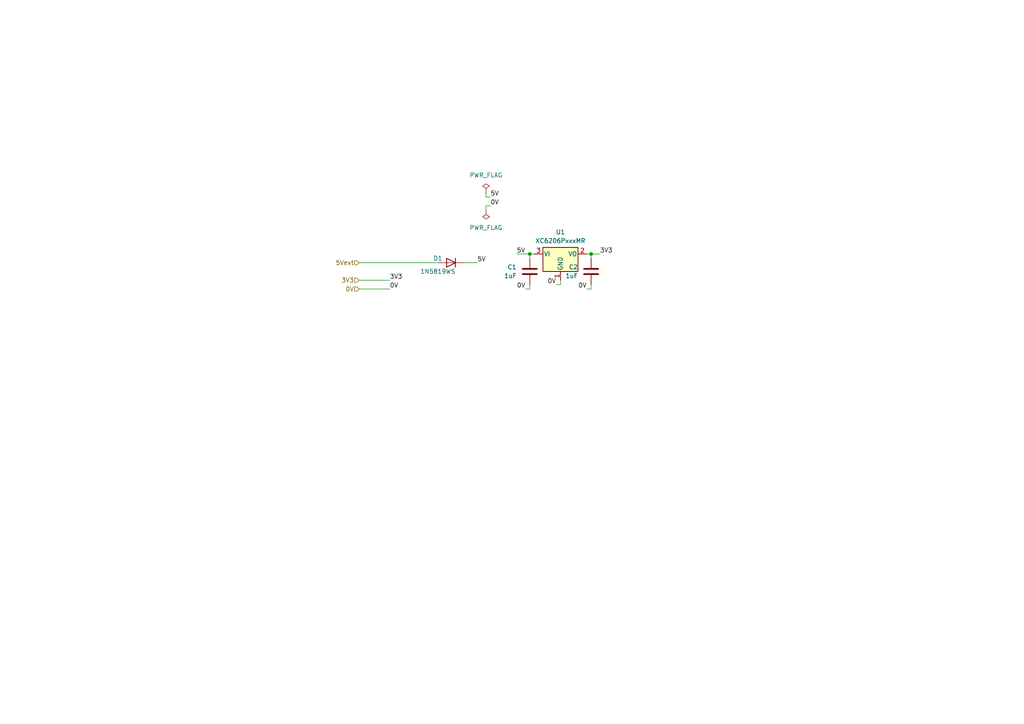
<source format=kicad_sch>
(kicad_sch (version 20250114) (generator "eeschema") (generator_version "9.0")
  (paper "A4")
  (lib_symbols
    (symbol "Device:C" (pin_numbers (hide yes)) (pin_names (offset 0.254))
      (property "Reference" "C" (at 0.635 2.54 0))
      (property "Value" "C" (at 0.635 -2.54 0))
      (symbol "C_0_1"
        (polyline (pts (xy -2.032 0.762) (xy 2.032 0.762)) (stroke (width 0.508)))
        (polyline (pts (xy -2.032 -0.762) (xy 2.032 -0.762)) (stroke (width 0.508)))
      )
      (symbol "C_1_1"
        (pin passive line (at 0 3.81 270) (length 2.794) (name "~") (number "1"))
        (pin passive line (at 0 -3.81 90) (length 2.794) (name "~") (number "2"))
      )
    )
    (symbol "Device:D" (pin_numbers (hide yes)) (pin_names (offset 1.016) (hide yes))
      (property "Reference" "D" (at 0 2.54 0))
      (property "Value" "D" (at 0 -2.54 0))
      (symbol "D_0_1"
        (polyline (pts (xy -1.27 1.27) (xy -1.27 -1.27)) (stroke (width 0.254)))
        (polyline (pts (xy 1.27 1.27) (xy 1.27 -1.27) (xy -1.27 0) (xy 1.27 1.27)) (stroke (width 0.254)))
        (polyline (pts (xy 1.27 0) (xy -1.27 0)))
      )
      (symbol "D_1_1"
        (pin passive line (at -3.81 0 0) (length 2.54) (name "K") (number "1"))
        (pin passive line (at 3.81 0 180) (length 2.54) (name "A") (number "2"))
      )
    )
    (symbol "PWR_FLAG_1" (power) (pin_numbers (hide yes)) (pin_names (offset 0) (hide yes))
      (property "Value" "PWR_FLAG" (at 0 3.81 0))
      (symbol "PWR_FLAG_1_0_0"
        (pin power_out line (at 0 0 90) (length 0) (name "~") (number "1"))
      )
      (symbol "PWR_FLAG_1_0_1"
        (polyline (pts (xy 0 0) (xy 0 1.27) (xy -1.016 1.905) (xy 0 2.54) (xy 1.016 1.905) (xy 0 1.27)))
      )
    )
    (symbol "Regulator_Linear:XC6206PxxxMR" (pin_names (offset 0.254))
      (property "Reference" "U" (at -3.81 3.175 0))
      (property "Value" "XC6206PxxxMR" (at 0 3.175 0))
      (symbol "XC6206PxxxMR_0_1"
        (rectangle (start -5.08 1.905) (end 5.08 -5.08) (stroke (width 0.254)) (fill (type background)))
      )
      (symbol "XC6206PxxxMR_1_1"
        (pin power_in line (at -7.62 0 0) (length 2.54) (name "VI") (number "3"))
        (pin power_in line (at 0 -7.62 90) (length 2.54) (name "GND") (number "1"))
        (pin power_out line (at 7.62 0 180) (length 2.54) (name "VO") (number "2"))
      )
    )
    (symbol "power:PWR_FLAG" (power) (pin_numbers (hide yes)) (pin_names (offset 0) (hide yes))
      (property "Value" "PWR_FLAG" (at 0 3.81 0))
      (symbol "PWR_FLAG_0_0"
        (pin power_out line (at 0 0 90) (length 0) (name "~") (number "1"))
      )
      (symbol "PWR_FLAG_0_1"
        (polyline (pts (xy 0 0) (xy 0 1.27) (xy -1.016 1.905) (xy 0 2.54) (xy 1.016 1.905) (xy 0 1.27)))
      )
    )
  )
  (junction (at 153.67 73.66))
  (junction (at 171.45 73.66))
  (wire (pts (xy 152.4 83.82) (xy 153.67 83.82)))
  (wire (pts (xy 104.14 83.82) (xy 113.03 83.82)))
  (wire (pts (xy 171.45 73.66) (xy 171.45 74.93)))
  (wire (pts (xy 170.18 83.82) (xy 171.45 83.82)))
  (wire (pts (xy 170.18 73.66) (xy 171.45 73.66)))
  (wire (pts (xy 142.24 59.69) (xy 140.97 59.69)))
  (wire (pts (xy 153.67 73.66) (xy 153.67 74.93)))
  (wire (pts (xy 104.14 76.2) (xy 127 76.2)))
  (wire (pts (xy 162.56 81.28) (xy 162.56 82.55)))
  (wire (pts (xy 149.86 73.66) (xy 153.67 73.66)))
  (wire (pts (xy 153.67 83.82) (xy 153.67 82.55)))
  (wire (pts (xy 104.14 81.28) (xy 113.03 81.28)))
  (wire (pts (xy 171.45 73.66) (xy 173.99 73.66)))
  (wire (pts (xy 140.97 57.15) (xy 142.24 57.15)))
  (wire (pts (xy 171.45 83.82) (xy 171.45 82.55)))
  (wire (pts (xy 140.97 55.88) (xy 140.97 57.15)))
  (wire (pts (xy 134.62 76.2) (xy 138.43 76.2)))
  (wire (pts (xy 140.97 59.69) (xy 140.97 60.96)))
  (wire (pts (xy 154.94 73.66) (xy 153.67 73.66)))
  (wire (pts (xy 161.29 82.55) (xy 162.56 82.55)))
  (label "0V" (at 152.4 83.82 180))
  (label "0V" (at 113.03 83.82 0))
  (label "3V3" (at 113.03 81.28 0))
  (label "5V" (at 142.24 57.15 0))
  (label "0V" (at 161.29 82.55 180))
  (label "0V" (at 170.18 83.82 180))
  (label "0V" (at 142.24 59.69 0))
  (label "3V3" (at 173.99 73.66 0))
  (label "5V" (at 149.86 73.66 0))
  (label "5V" (at 138.43 76.2 0))
  (hierarchical_label "0V" (shape input) (at 104.14 83.82 180))
  (hierarchical_label "3V3" (shape input) (at 104.14 81.28 180))
  (hierarchical_label "5Vext" (shape input) (at 104.14 76.2 180))
  (symbol (lib_name "PWR_FLAG_1") (lib_id "power:PWR_FLAG") (at 140.97 55.88 0) (unit 1)
    (property "Reference" "#FLG01" (effects (hide yes)))
    (property "Value" "PWR_FLAG" (at 140.97 50.8 0))
    (property "Description" "Special symbol for telling ERC where power comes from" (effects (hide yes)))
  )
  (symbol (lib_id "Device:C") (at 171.45 78.74 0) (mirror x) (unit 1)
    (property "Reference" "C2" (at 167.64 77.47 0) (effects (justify right)))
    (property "Value" "1uF" (at 167.64 80.01 0) (effects (justify right)))
    (property "Footprint" "Capacitor_SMD:C_0402_1005Metric" (effects (hide yes)))
    (property "LCSC" "C52923" (effects (hide yes)))
  )
  (symbol (lib_id "Device:C") (at 153.67 78.74 0) (mirror x) (unit 1)
    (property "Reference" "C1" (at 149.86 77.47 0) (effects (justify right)))
    (property "Value" "1uF" (at 149.86 80.01 0) (effects (justify right)))
    (property "Footprint" "Capacitor_SMD:C_0402_1005Metric" (effects (hide yes)))
    (property "LCSC" "C52923" (effects (hide yes)))
  )
  (symbol (lib_id "power:PWR_FLAG") (at 140.97 60.96 180) (unit 1)
    (property "Reference" "#FLG02" (effects (hide yes)))
    (property "Value" "PWR_FLAG" (at 140.97 66.04 0))
    (property "Description" "Special symbol for telling ERC where power comes from" (effects (hide yes)))
  )
  (symbol (lib_id "Regulator_Linear:XC6206PxxxMR") (at 162.56 73.66 0) (unit 1)
    (property "Reference" "U1" (at 162.56 67.31 0))
    (property "Value" "XC6206PxxxMR" (at 162.56 69.85 0))
    (property "Footprint" "Package_TO_SOT_SMD:SOT-23-3" (effects (hide yes)))
    (property "Datasheet" "https://www.torexsemi.com/file/xc6206/XC6206.pdf" (effects (hide yes)))
    (property "LCSC" "C5446" (effects (hide yes)))
  )
  (symbol (lib_id "Device:D") (at 130.81 76.2 180) (unit 1)
    (property "Reference" "D1" (at 127 74.93 0))
    (property "Value" "1N5819WS" (at 127 78.74 0))
    (property "Footprint" "Diode_SMD:D_SOD-323" (effects (hide yes)))
    (property "Sim.Device" "D" (effects (hide yes)))
    (property "Sim.Pins" "1=K 2=A" (effects (hide yes)))
    (property "LCSC" "C191023" (effects (hide yes)))
  )
)
</source>
